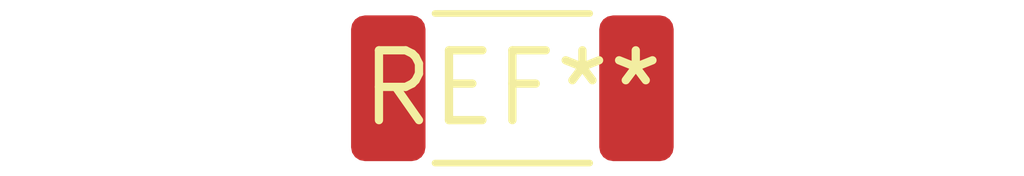
<source format=kicad_pcb>
(kicad_pcb (version 20240108) (generator pcbnew)
  (layers (0 "F.Cu" signal) (31 "B.Cu" signal) (34 "B.Paste" user) (35 "F.Paste" user) (36 "B.SilkS" user "B.Silkscreen") (37 "F.SilkS" user "F.Silkscreen") (38 "B.Mask" user) (39 "F.Mask" user) (44 "Edge.Cuts" user))
  (net 0 "")
  (footprint "L_2010_5025Metric" (layer "F.Cu") (at 0 0)
    (property "Reference" "REF**")
    (property "Value" "L_2010_5025Metric")
    (fp_line (start -1.402064 -1.36) (end 1.402064 -1.36) (layer "F.SilkS") (stroke (width 0.12)))
    (fp_line (start -1.402064 1.36) (end 1.402064 1.36) (layer "F.SilkS") (stroke (width 0.12)))
    (pad "1" smd roundrect (at -2.25 0) (size 1.35 2.65) (layers "F.Cu" "F.Paste" "F.Mask") (roundrect_rratio 0.185185))
    (pad "2" smd roundrect (at 2.25 0) (size 1.35 2.65) (layers "F.Cu" "F.Paste" "F.Mask") (roundrect_rratio 0.185185))
  )
)
</source>
